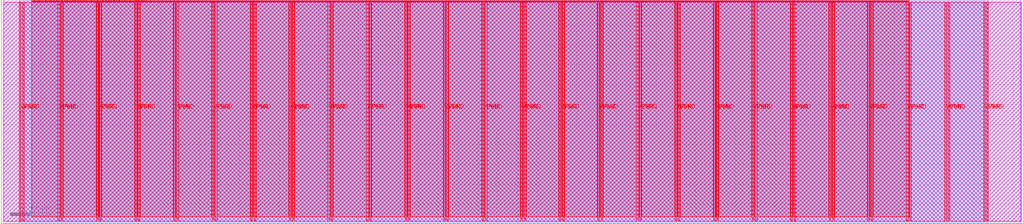
<source format=lef>
VERSION 5.7 ;
  NOWIREEXTENSIONATPIN ON ;
  DIVIDERCHAR "/" ;
  BUSBITCHARS "[]" ;
MACRO tt_um_bilal_trng
  CLASS BLOCK ;
  FOREIGN tt_um_bilal_trng ;
  ORIGIN 0.000 0.000 ;
  SIZE 1030.400 BY 225.760 ;
  PIN VGND
    DIRECTION INOUT ;
    USE GROUND ;
    PORT
      LAYER met4 ;
        RECT 21.580 2.480 23.180 223.280 ;
    END
    PORT
      LAYER met4 ;
        RECT 60.450 2.480 62.050 223.280 ;
    END
    PORT
      LAYER met4 ;
        RECT 99.320 2.480 100.920 223.280 ;
    END
    PORT
      LAYER met4 ;
        RECT 138.190 2.480 139.790 223.280 ;
    END
    PORT
      LAYER met4 ;
        RECT 177.060 2.480 178.660 223.280 ;
    END
    PORT
      LAYER met4 ;
        RECT 215.930 2.480 217.530 223.280 ;
    END
    PORT
      LAYER met4 ;
        RECT 254.800 2.480 256.400 223.280 ;
    END
    PORT
      LAYER met4 ;
        RECT 293.670 2.480 295.270 223.280 ;
    END
    PORT
      LAYER met4 ;
        RECT 332.540 2.480 334.140 223.280 ;
    END
    PORT
      LAYER met4 ;
        RECT 371.410 2.480 373.010 223.280 ;
    END
    PORT
      LAYER met4 ;
        RECT 410.280 2.480 411.880 223.280 ;
    END
    PORT
      LAYER met4 ;
        RECT 449.150 2.480 450.750 223.280 ;
    END
    PORT
      LAYER met4 ;
        RECT 488.020 2.480 489.620 223.280 ;
    END
    PORT
      LAYER met4 ;
        RECT 526.890 2.480 528.490 223.280 ;
    END
    PORT
      LAYER met4 ;
        RECT 565.760 2.480 567.360 223.280 ;
    END
    PORT
      LAYER met4 ;
        RECT 604.630 2.480 606.230 223.280 ;
    END
    PORT
      LAYER met4 ;
        RECT 643.500 2.480 645.100 223.280 ;
    END
    PORT
      LAYER met4 ;
        RECT 682.370 2.480 683.970 223.280 ;
    END
    PORT
      LAYER met4 ;
        RECT 721.240 2.480 722.840 223.280 ;
    END
    PORT
      LAYER met4 ;
        RECT 760.110 2.480 761.710 223.280 ;
    END
    PORT
      LAYER met4 ;
        RECT 798.980 2.480 800.580 223.280 ;
    END
    PORT
      LAYER met4 ;
        RECT 837.850 2.480 839.450 223.280 ;
    END
    PORT
      LAYER met4 ;
        RECT 876.720 2.480 878.320 223.280 ;
    END
    PORT
      LAYER met4 ;
        RECT 915.590 2.480 917.190 223.280 ;
    END
    PORT
      LAYER met4 ;
        RECT 954.460 2.480 956.060 223.280 ;
    END
    PORT
      LAYER met4 ;
        RECT 993.330 2.480 994.930 223.280 ;
    END
  END VGND
  PIN VPWR
    DIRECTION INOUT ;
    USE POWER ;
    PORT
      LAYER met4 ;
        RECT 18.280 2.480 19.880 223.280 ;
    END
    PORT
      LAYER met4 ;
        RECT 57.150 2.480 58.750 223.280 ;
    END
    PORT
      LAYER met4 ;
        RECT 96.020 2.480 97.620 223.280 ;
    END
    PORT
      LAYER met4 ;
        RECT 134.890 2.480 136.490 223.280 ;
    END
    PORT
      LAYER met4 ;
        RECT 173.760 2.480 175.360 223.280 ;
    END
    PORT
      LAYER met4 ;
        RECT 212.630 2.480 214.230 223.280 ;
    END
    PORT
      LAYER met4 ;
        RECT 251.500 2.480 253.100 223.280 ;
    END
    PORT
      LAYER met4 ;
        RECT 290.370 2.480 291.970 223.280 ;
    END
    PORT
      LAYER met4 ;
        RECT 329.240 2.480 330.840 223.280 ;
    END
    PORT
      LAYER met4 ;
        RECT 368.110 2.480 369.710 223.280 ;
    END
    PORT
      LAYER met4 ;
        RECT 406.980 2.480 408.580 223.280 ;
    END
    PORT
      LAYER met4 ;
        RECT 445.850 2.480 447.450 223.280 ;
    END
    PORT
      LAYER met4 ;
        RECT 484.720 2.480 486.320 223.280 ;
    END
    PORT
      LAYER met4 ;
        RECT 523.590 2.480 525.190 223.280 ;
    END
    PORT
      LAYER met4 ;
        RECT 562.460 2.480 564.060 223.280 ;
    END
    PORT
      LAYER met4 ;
        RECT 601.330 2.480 602.930 223.280 ;
    END
    PORT
      LAYER met4 ;
        RECT 640.200 2.480 641.800 223.280 ;
    END
    PORT
      LAYER met4 ;
        RECT 679.070 2.480 680.670 223.280 ;
    END
    PORT
      LAYER met4 ;
        RECT 717.940 2.480 719.540 223.280 ;
    END
    PORT
      LAYER met4 ;
        RECT 756.810 2.480 758.410 223.280 ;
    END
    PORT
      LAYER met4 ;
        RECT 795.680 2.480 797.280 223.280 ;
    END
    PORT
      LAYER met4 ;
        RECT 834.550 2.480 836.150 223.280 ;
    END
    PORT
      LAYER met4 ;
        RECT 873.420 2.480 875.020 223.280 ;
    END
    PORT
      LAYER met4 ;
        RECT 912.290 2.480 913.890 223.280 ;
    END
    PORT
      LAYER met4 ;
        RECT 951.160 2.480 952.760 223.280 ;
    END
    PORT
      LAYER met4 ;
        RECT 990.030 2.480 991.630 223.280 ;
    END
  END VPWR
  PIN clk
    DIRECTION INPUT ;
    USE SIGNAL ;
    ANTENNAGATEAREA 1.286700 ;
    ANTENNADIFFAREA 0.434700 ;
    PORT
      LAYER met4 ;
        RECT 143.830 224.760 144.130 225.760 ;
    END
  END clk
  PIN ena
    DIRECTION INPUT ;
    USE SIGNAL ;
    PORT
      LAYER met4 ;
        RECT 146.590 224.760 146.890 225.760 ;
    END
  END ena
  PIN rst_n
    DIRECTION INPUT ;
    USE SIGNAL ;
    PORT
      LAYER met4 ;
        RECT 141.070 224.760 141.370 225.760 ;
    END
  END rst_n
  PIN ui_in[0]
    DIRECTION INPUT ;
    USE SIGNAL ;
    ANTENNAGATEAREA 0.213000 ;
    PORT
      LAYER met4 ;
        RECT 138.310 224.760 138.610 225.760 ;
    END
  END ui_in[0]
  PIN ui_in[1]
    DIRECTION INPUT ;
    USE SIGNAL ;
    ANTENNAGATEAREA 0.196500 ;
    PORT
      LAYER met4 ;
        RECT 135.550 224.760 135.850 225.760 ;
    END
  END ui_in[1]
  PIN ui_in[2]
    DIRECTION INPUT ;
    USE SIGNAL ;
    PORT
      LAYER met4 ;
        RECT 132.790 224.760 133.090 225.760 ;
    END
  END ui_in[2]
  PIN ui_in[3]
    DIRECTION INPUT ;
    USE SIGNAL ;
    PORT
      LAYER met4 ;
        RECT 130.030 224.760 130.330 225.760 ;
    END
  END ui_in[3]
  PIN ui_in[4]
    DIRECTION INPUT ;
    USE SIGNAL ;
    PORT
      LAYER met4 ;
        RECT 127.270 224.760 127.570 225.760 ;
    END
  END ui_in[4]
  PIN ui_in[5]
    DIRECTION INPUT ;
    USE SIGNAL ;
    PORT
      LAYER met4 ;
        RECT 124.510 224.760 124.810 225.760 ;
    END
  END ui_in[5]
  PIN ui_in[6]
    DIRECTION INPUT ;
    USE SIGNAL ;
    PORT
      LAYER met4 ;
        RECT 121.750 224.760 122.050 225.760 ;
    END
  END ui_in[6]
  PIN ui_in[7]
    DIRECTION INPUT ;
    USE SIGNAL ;
    PORT
      LAYER met4 ;
        RECT 118.990 224.760 119.290 225.760 ;
    END
  END ui_in[7]
  PIN uio_in[0]
    DIRECTION INPUT ;
    USE SIGNAL ;
    PORT
      LAYER met4 ;
        RECT 116.230 224.760 116.530 225.760 ;
    END
  END uio_in[0]
  PIN uio_in[1]
    DIRECTION INPUT ;
    USE SIGNAL ;
    PORT
      LAYER met4 ;
        RECT 113.470 224.760 113.770 225.760 ;
    END
  END uio_in[1]
  PIN uio_in[2]
    DIRECTION INPUT ;
    USE SIGNAL ;
    PORT
      LAYER met4 ;
        RECT 110.710 224.760 111.010 225.760 ;
    END
  END uio_in[2]
  PIN uio_in[3]
    DIRECTION INPUT ;
    USE SIGNAL ;
    PORT
      LAYER met4 ;
        RECT 107.950 224.760 108.250 225.760 ;
    END
  END uio_in[3]
  PIN uio_in[4]
    DIRECTION INPUT ;
    USE SIGNAL ;
    PORT
      LAYER met4 ;
        RECT 105.190 224.760 105.490 225.760 ;
    END
  END uio_in[4]
  PIN uio_in[5]
    DIRECTION INPUT ;
    USE SIGNAL ;
    PORT
      LAYER met4 ;
        RECT 102.430 224.760 102.730 225.760 ;
    END
  END uio_in[5]
  PIN uio_in[6]
    DIRECTION INPUT ;
    USE SIGNAL ;
    PORT
      LAYER met4 ;
        RECT 99.670 224.760 99.970 225.760 ;
    END
  END uio_in[6]
  PIN uio_in[7]
    DIRECTION INPUT ;
    USE SIGNAL ;
    PORT
      LAYER met4 ;
        RECT 96.910 224.760 97.210 225.760 ;
    END
  END uio_in[7]
  PIN uio_oe[0]
    DIRECTION OUTPUT ;
    USE SIGNAL ;
    PORT
      LAYER met4 ;
        RECT 49.990 224.760 50.290 225.760 ;
    END
  END uio_oe[0]
  PIN uio_oe[1]
    DIRECTION OUTPUT ;
    USE SIGNAL ;
    PORT
      LAYER met4 ;
        RECT 47.230 224.760 47.530 225.760 ;
    END
  END uio_oe[1]
  PIN uio_oe[2]
    DIRECTION OUTPUT ;
    USE SIGNAL ;
    PORT
      LAYER met4 ;
        RECT 44.470 224.760 44.770 225.760 ;
    END
  END uio_oe[2]
  PIN uio_oe[3]
    DIRECTION OUTPUT ;
    USE SIGNAL ;
    PORT
      LAYER met4 ;
        RECT 41.710 224.760 42.010 225.760 ;
    END
  END uio_oe[3]
  PIN uio_oe[4]
    DIRECTION OUTPUT ;
    USE SIGNAL ;
    PORT
      LAYER met4 ;
        RECT 38.950 224.760 39.250 225.760 ;
    END
  END uio_oe[4]
  PIN uio_oe[5]
    DIRECTION OUTPUT ;
    USE SIGNAL ;
    PORT
      LAYER met4 ;
        RECT 36.190 224.760 36.490 225.760 ;
    END
  END uio_oe[5]
  PIN uio_oe[6]
    DIRECTION OUTPUT ;
    USE SIGNAL ;
    PORT
      LAYER met4 ;
        RECT 33.430 224.760 33.730 225.760 ;
    END
  END uio_oe[6]
  PIN uio_oe[7]
    DIRECTION OUTPUT ;
    USE SIGNAL ;
    PORT
      LAYER met4 ;
        RECT 30.670 224.760 30.970 225.760 ;
    END
  END uio_oe[7]
  PIN uio_out[0]
    DIRECTION OUTPUT ;
    USE SIGNAL ;
    PORT
      LAYER met4 ;
        RECT 72.070 224.760 72.370 225.760 ;
    END
  END uio_out[0]
  PIN uio_out[1]
    DIRECTION OUTPUT ;
    USE SIGNAL ;
    PORT
      LAYER met4 ;
        RECT 69.310 224.760 69.610 225.760 ;
    END
  END uio_out[1]
  PIN uio_out[2]
    DIRECTION OUTPUT ;
    USE SIGNAL ;
    PORT
      LAYER met4 ;
        RECT 66.550 224.760 66.850 225.760 ;
    END
  END uio_out[2]
  PIN uio_out[3]
    DIRECTION OUTPUT ;
    USE SIGNAL ;
    PORT
      LAYER met4 ;
        RECT 63.790 224.760 64.090 225.760 ;
    END
  END uio_out[3]
  PIN uio_out[4]
    DIRECTION OUTPUT ;
    USE SIGNAL ;
    PORT
      LAYER met4 ;
        RECT 61.030 224.760 61.330 225.760 ;
    END
  END uio_out[4]
  PIN uio_out[5]
    DIRECTION OUTPUT ;
    USE SIGNAL ;
    PORT
      LAYER met4 ;
        RECT 58.270 224.760 58.570 225.760 ;
    END
  END uio_out[5]
  PIN uio_out[6]
    DIRECTION OUTPUT ;
    USE SIGNAL ;
    PORT
      LAYER met4 ;
        RECT 55.510 224.760 55.810 225.760 ;
    END
  END uio_out[6]
  PIN uio_out[7]
    DIRECTION OUTPUT ;
    USE SIGNAL ;
    PORT
      LAYER met4 ;
        RECT 52.750 224.760 53.050 225.760 ;
    END
  END uio_out[7]
  PIN uo_out[0]
    DIRECTION OUTPUT ;
    USE SIGNAL ;
    ANTENNADIFFAREA 0.795200 ;
    PORT
      LAYER met4 ;
        RECT 94.150 224.760 94.450 225.760 ;
    END
  END uo_out[0]
  PIN uo_out[1]
    DIRECTION OUTPUT ;
    USE SIGNAL ;
    ANTENNADIFFAREA 0.795200 ;
    PORT
      LAYER met4 ;
        RECT 91.390 224.760 91.690 225.760 ;
    END
  END uo_out[1]
  PIN uo_out[2]
    DIRECTION OUTPUT ;
    USE SIGNAL ;
    ANTENNADIFFAREA 0.445500 ;
    PORT
      LAYER met4 ;
        RECT 88.630 224.760 88.930 225.760 ;
    END
  END uo_out[2]
  PIN uo_out[3]
    DIRECTION OUTPUT ;
    USE SIGNAL ;
    PORT
      LAYER met4 ;
        RECT 85.870 224.760 86.170 225.760 ;
    END
  END uo_out[3]
  PIN uo_out[4]
    DIRECTION OUTPUT ;
    USE SIGNAL ;
    PORT
      LAYER met4 ;
        RECT 83.110 224.760 83.410 225.760 ;
    END
  END uo_out[4]
  PIN uo_out[5]
    DIRECTION OUTPUT ;
    USE SIGNAL ;
    PORT
      LAYER met4 ;
        RECT 80.350 224.760 80.650 225.760 ;
    END
  END uo_out[5]
  PIN uo_out[6]
    DIRECTION OUTPUT ;
    USE SIGNAL ;
    PORT
      LAYER met4 ;
        RECT 77.590 224.760 77.890 225.760 ;
    END
  END uo_out[6]
  PIN uo_out[7]
    DIRECTION OUTPUT ;
    USE SIGNAL ;
    PORT
      LAYER met4 ;
        RECT 74.830 224.760 75.130 225.760 ;
    END
  END uo_out[7]
  OBS
      LAYER nwell ;
        RECT 2.570 2.635 1027.830 223.230 ;
      LAYER li1 ;
        RECT 2.760 2.635 1027.640 223.125 ;
      LAYER met1 ;
        RECT 2.760 0.040 1027.640 225.720 ;
      LAYER met2 ;
        RECT 18.310 0.010 994.900 225.750 ;
      LAYER met3 ;
        RECT 18.290 0.175 994.920 225.585 ;
      LAYER met4 ;
        RECT 31.370 224.360 33.030 224.905 ;
        RECT 34.130 224.360 35.790 224.905 ;
        RECT 36.890 224.360 38.550 224.905 ;
        RECT 39.650 224.360 41.310 224.905 ;
        RECT 42.410 224.360 44.070 224.905 ;
        RECT 45.170 224.360 46.830 224.905 ;
        RECT 47.930 224.360 49.590 224.905 ;
        RECT 50.690 224.360 52.350 224.905 ;
        RECT 53.450 224.360 55.110 224.905 ;
        RECT 56.210 224.360 57.870 224.905 ;
        RECT 58.970 224.360 60.630 224.905 ;
        RECT 61.730 224.360 63.390 224.905 ;
        RECT 64.490 224.360 66.150 224.905 ;
        RECT 67.250 224.360 68.910 224.905 ;
        RECT 70.010 224.360 71.670 224.905 ;
        RECT 72.770 224.360 74.430 224.905 ;
        RECT 75.530 224.360 77.190 224.905 ;
        RECT 78.290 224.360 79.950 224.905 ;
        RECT 81.050 224.360 82.710 224.905 ;
        RECT 83.810 224.360 85.470 224.905 ;
        RECT 86.570 224.360 88.230 224.905 ;
        RECT 89.330 224.360 90.990 224.905 ;
        RECT 92.090 224.360 93.750 224.905 ;
        RECT 94.850 224.360 96.510 224.905 ;
        RECT 97.610 224.360 99.270 224.905 ;
        RECT 100.370 224.360 102.030 224.905 ;
        RECT 103.130 224.360 104.790 224.905 ;
        RECT 105.890 224.360 107.550 224.905 ;
        RECT 108.650 224.360 110.310 224.905 ;
        RECT 111.410 224.360 113.070 224.905 ;
        RECT 114.170 224.360 115.830 224.905 ;
        RECT 116.930 224.360 118.590 224.905 ;
        RECT 119.690 224.360 121.350 224.905 ;
        RECT 122.450 224.360 124.110 224.905 ;
        RECT 125.210 224.360 126.870 224.905 ;
        RECT 127.970 224.360 129.630 224.905 ;
        RECT 130.730 224.360 132.390 224.905 ;
        RECT 133.490 224.360 135.150 224.905 ;
        RECT 136.250 224.360 137.910 224.905 ;
        RECT 139.010 224.360 140.670 224.905 ;
        RECT 141.770 224.360 143.430 224.905 ;
        RECT 144.530 224.360 146.190 224.905 ;
        RECT 147.290 224.360 915.105 224.905 ;
        RECT 30.655 223.680 915.105 224.360 ;
        RECT 30.655 6.975 56.750 223.680 ;
        RECT 59.150 6.975 60.050 223.680 ;
        RECT 62.450 6.975 95.620 223.680 ;
        RECT 98.020 6.975 98.920 223.680 ;
        RECT 101.320 6.975 134.490 223.680 ;
        RECT 136.890 6.975 137.790 223.680 ;
        RECT 140.190 6.975 173.360 223.680 ;
        RECT 175.760 6.975 176.660 223.680 ;
        RECT 179.060 6.975 212.230 223.680 ;
        RECT 214.630 6.975 215.530 223.680 ;
        RECT 217.930 6.975 251.100 223.680 ;
        RECT 253.500 6.975 254.400 223.680 ;
        RECT 256.800 6.975 289.970 223.680 ;
        RECT 292.370 6.975 293.270 223.680 ;
        RECT 295.670 6.975 328.840 223.680 ;
        RECT 331.240 6.975 332.140 223.680 ;
        RECT 334.540 6.975 367.710 223.680 ;
        RECT 370.110 6.975 371.010 223.680 ;
        RECT 373.410 6.975 406.580 223.680 ;
        RECT 408.980 6.975 409.880 223.680 ;
        RECT 412.280 6.975 445.450 223.680 ;
        RECT 447.850 6.975 448.750 223.680 ;
        RECT 451.150 6.975 484.320 223.680 ;
        RECT 486.720 6.975 487.620 223.680 ;
        RECT 490.020 6.975 523.190 223.680 ;
        RECT 525.590 6.975 526.490 223.680 ;
        RECT 528.890 6.975 562.060 223.680 ;
        RECT 564.460 6.975 565.360 223.680 ;
        RECT 567.760 6.975 600.930 223.680 ;
        RECT 603.330 6.975 604.230 223.680 ;
        RECT 606.630 6.975 639.800 223.680 ;
        RECT 642.200 6.975 643.100 223.680 ;
        RECT 645.500 6.975 678.670 223.680 ;
        RECT 681.070 6.975 681.970 223.680 ;
        RECT 684.370 6.975 717.540 223.680 ;
        RECT 719.940 6.975 720.840 223.680 ;
        RECT 723.240 6.975 756.410 223.680 ;
        RECT 758.810 6.975 759.710 223.680 ;
        RECT 762.110 6.975 795.280 223.680 ;
        RECT 797.680 6.975 798.580 223.680 ;
        RECT 800.980 6.975 834.150 223.680 ;
        RECT 836.550 6.975 837.450 223.680 ;
        RECT 839.850 6.975 873.020 223.680 ;
        RECT 875.420 6.975 876.320 223.680 ;
        RECT 878.720 6.975 911.890 223.680 ;
        RECT 914.290 6.975 915.105 223.680 ;
  END
END tt_um_bilal_trng
END LIBRARY


</source>
